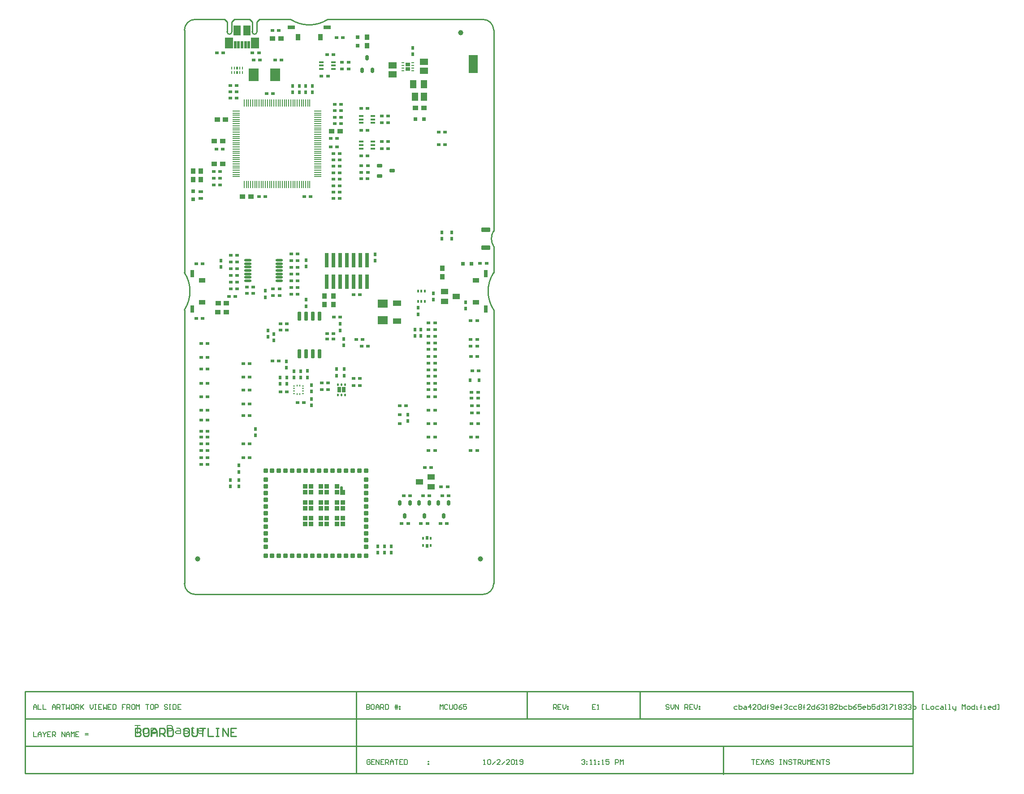
<source format=gtp>
G04*
G04 #@! TF.GenerationSoftware,Altium Limited,Altium Designer,18.1.9 (240)*
G04*
G04 Layer_Color=9021481*
%FSLAX25Y25*%
%MOIN*%
G70*
G01*
G75*
%ADD15C,0.01000*%
%ADD16C,0.00800*%
%ADD19C,0.00600*%
%ADD22C,0.00394*%
G04:AMPARAMS|DCode=39|XSize=35.04mil|YSize=35.04mil|CornerRadius=1.93mil|HoleSize=0mil|Usage=FLASHONLY|Rotation=90.000|XOffset=0mil|YOffset=0mil|HoleType=Round|Shape=RoundedRectangle|*
%AMROUNDEDRECTD39*
21,1,0.03504,0.03118,0,0,90.0*
21,1,0.03118,0.03504,0,0,90.0*
1,1,0.00385,0.01559,0.01559*
1,1,0.00385,0.01559,-0.01559*
1,1,0.00385,-0.01559,-0.01559*
1,1,0.00385,-0.01559,0.01559*
%
%ADD39ROUNDEDRECTD39*%
G04:AMPARAMS|DCode=40|XSize=39.37mil|YSize=27.56mil|CornerRadius=1.93mil|HoleSize=0mil|Usage=FLASHONLY|Rotation=90.000|XOffset=0mil|YOffset=0mil|HoleType=Round|Shape=RoundedRectangle|*
%AMROUNDEDRECTD40*
21,1,0.03937,0.02370,0,0,90.0*
21,1,0.03551,0.02756,0,0,90.0*
1,1,0.00386,0.01185,0.01776*
1,1,0.00386,0.01185,-0.01776*
1,1,0.00386,-0.01185,-0.01776*
1,1,0.00386,-0.01185,0.01776*
%
%ADD40ROUNDEDRECTD40*%
G04:AMPARAMS|DCode=41|XSize=35.43mil|YSize=27.56mil|CornerRadius=1.93mil|HoleSize=0mil|Usage=FLASHONLY|Rotation=0.000|XOffset=0mil|YOffset=0mil|HoleType=Round|Shape=RoundedRectangle|*
%AMROUNDEDRECTD41*
21,1,0.03543,0.02370,0,0,0.0*
21,1,0.03158,0.02756,0,0,0.0*
1,1,0.00386,0.01579,-0.01185*
1,1,0.00386,-0.01579,-0.01185*
1,1,0.00386,-0.01579,0.01185*
1,1,0.00386,0.01579,0.01185*
%
%ADD41ROUNDEDRECTD41*%
G04:AMPARAMS|DCode=42|XSize=22.24mil|YSize=14.17mil|CornerRadius=1.98mil|HoleSize=0mil|Usage=FLASHONLY|Rotation=270.000|XOffset=0mil|YOffset=0mil|HoleType=Round|Shape=RoundedRectangle|*
%AMROUNDEDRECTD42*
21,1,0.02224,0.01021,0,0,270.0*
21,1,0.01828,0.01417,0,0,270.0*
1,1,0.00397,-0.00510,-0.00914*
1,1,0.00397,-0.00510,0.00914*
1,1,0.00397,0.00510,0.00914*
1,1,0.00397,0.00510,-0.00914*
%
%ADD42ROUNDEDRECTD42*%
G04:AMPARAMS|DCode=43|XSize=19.68mil|YSize=35.43mil|CornerRadius=1.97mil|HoleSize=0mil|Usage=FLASHONLY|Rotation=90.000|XOffset=0mil|YOffset=0mil|HoleType=Round|Shape=RoundedRectangle|*
%AMROUNDEDRECTD43*
21,1,0.01968,0.03150,0,0,90.0*
21,1,0.01575,0.03543,0,0,90.0*
1,1,0.00394,0.01575,0.00787*
1,1,0.00394,0.01575,-0.00787*
1,1,0.00394,-0.01575,-0.00787*
1,1,0.00394,-0.01575,0.00787*
%
%ADD43ROUNDEDRECTD43*%
G04:AMPARAMS|DCode=44|XSize=31.5mil|YSize=66.93mil|CornerRadius=1.89mil|HoleSize=0mil|Usage=FLASHONLY|Rotation=270.000|XOffset=0mil|YOffset=0mil|HoleType=Round|Shape=RoundedRectangle|*
%AMROUNDEDRECTD44*
21,1,0.03150,0.06315,0,0,270.0*
21,1,0.02772,0.06693,0,0,270.0*
1,1,0.00378,-0.03158,-0.01386*
1,1,0.00378,-0.03158,0.01386*
1,1,0.00378,0.03158,0.01386*
1,1,0.00378,0.03158,-0.01386*
%
%ADD44ROUNDEDRECTD44*%
%ADD45R,0.05000X0.03543*%
%ADD46R,0.03150X0.05709*%
%ADD47R,0.03543X0.05000*%
%ADD48R,0.05709X0.03150*%
%ADD49R,0.01575X0.02165*%
%ADD50R,0.01968X0.02756*%
%ADD51R,0.03150X0.02362*%
G04:AMPARAMS|DCode=52|XSize=31.5mil|YSize=31.5mil|CornerRadius=1.93mil|HoleSize=0mil|Usage=FLASHONLY|Rotation=0.000|XOffset=0mil|YOffset=0mil|HoleType=Round|Shape=RoundedRectangle|*
%AMROUNDEDRECTD52*
21,1,0.03150,0.02764,0,0,0.0*
21,1,0.02764,0.03150,0,0,0.0*
1,1,0.00386,0.01382,-0.01382*
1,1,0.00386,-0.01382,-0.01382*
1,1,0.00386,-0.01382,0.01382*
1,1,0.00386,0.01382,0.01382*
%
%ADD52ROUNDEDRECTD52*%
G04:AMPARAMS|DCode=53|XSize=31.5mil|YSize=31.5mil|CornerRadius=1.93mil|HoleSize=0mil|Usage=FLASHONLY|Rotation=90.000|XOffset=0mil|YOffset=0mil|HoleType=Round|Shape=RoundedRectangle|*
%AMROUNDEDRECTD53*
21,1,0.03150,0.02764,0,0,90.0*
21,1,0.02764,0.03150,0,0,90.0*
1,1,0.00386,0.01382,0.01382*
1,1,0.00386,0.01382,-0.01382*
1,1,0.00386,-0.01382,-0.01382*
1,1,0.00386,-0.01382,0.01382*
%
%ADD53ROUNDEDRECTD53*%
G04:AMPARAMS|DCode=54|XSize=11.81mil|YSize=17.72mil|CornerRadius=1.95mil|HoleSize=0mil|Usage=FLASHONLY|Rotation=180.000|XOffset=0mil|YOffset=0mil|HoleType=Round|Shape=RoundedRectangle|*
%AMROUNDEDRECTD54*
21,1,0.01181,0.01382,0,0,180.0*
21,1,0.00791,0.01772,0,0,180.0*
1,1,0.00390,-0.00396,0.00691*
1,1,0.00390,0.00396,0.00691*
1,1,0.00390,0.00396,-0.00691*
1,1,0.00390,-0.00396,-0.00691*
%
%ADD54ROUNDEDRECTD54*%
%ADD55R,0.02362X0.03150*%
%ADD56R,0.07677X0.05906*%
%ADD57R,0.02913X0.10984*%
G04:AMPARAMS|DCode=58|XSize=9.84mil|YSize=19.68mil|CornerRadius=1.97mil|HoleSize=0mil|Usage=FLASHONLY|Rotation=90.000|XOffset=0mil|YOffset=0mil|HoleType=Round|Shape=RoundedRectangle|*
%AMROUNDEDRECTD58*
21,1,0.00984,0.01575,0,0,90.0*
21,1,0.00591,0.01968,0,0,90.0*
1,1,0.00394,0.00787,0.00295*
1,1,0.00394,0.00787,-0.00295*
1,1,0.00394,-0.00787,-0.00295*
1,1,0.00394,-0.00787,0.00295*
%
%ADD58ROUNDEDRECTD58*%
%ADD59R,0.03937X0.03740*%
%ADD60R,0.06299X0.04331*%
%ADD61R,0.03740X0.03937*%
%ADD62R,0.01102X0.01614*%
%ADD63R,0.01614X0.01102*%
G04:AMPARAMS|DCode=64|XSize=25.59mil|YSize=66.93mil|CornerRadius=1.92mil|HoleSize=0mil|Usage=FLASHONLY|Rotation=180.000|XOffset=0mil|YOffset=0mil|HoleType=Round|Shape=RoundedRectangle|*
%AMROUNDEDRECTD64*
21,1,0.02559,0.06309,0,0,180.0*
21,1,0.02175,0.06693,0,0,180.0*
1,1,0.00384,-0.01088,0.03155*
1,1,0.00384,0.01088,0.03155*
1,1,0.00384,0.01088,-0.03155*
1,1,0.00384,-0.01088,-0.03155*
%
%ADD64ROUNDEDRECTD64*%
%ADD65O,0.05512X0.01772*%
%ADD66R,0.03150X0.03150*%
G04:AMPARAMS|DCode=67|XSize=23.62mil|YSize=39.37mil|CornerRadius=5.91mil|HoleSize=0mil|Usage=FLASHONLY|Rotation=0.000|XOffset=0mil|YOffset=0mil|HoleType=Round|Shape=RoundedRectangle|*
%AMROUNDEDRECTD67*
21,1,0.02362,0.02756,0,0,0.0*
21,1,0.01181,0.03937,0,0,0.0*
1,1,0.01181,0.00591,-0.01378*
1,1,0.01181,-0.00591,-0.01378*
1,1,0.01181,-0.00591,0.01378*
1,1,0.01181,0.00591,0.01378*
%
%ADD67ROUNDEDRECTD67*%
%ADD68R,0.05512X0.03937*%
%ADD69R,0.01654X0.02362*%
%ADD70R,0.02756X0.01968*%
G04:AMPARAMS|DCode=71|XSize=7.87mil|YSize=22.24mil|CornerRadius=1.97mil|HoleSize=0mil|Usage=FLASHONLY|Rotation=0.000|XOffset=0mil|YOffset=0mil|HoleType=Round|Shape=RoundedRectangle|*
%AMROUNDEDRECTD71*
21,1,0.00787,0.01831,0,0,0.0*
21,1,0.00394,0.02224,0,0,0.0*
1,1,0.00394,0.00197,-0.00915*
1,1,0.00394,-0.00197,-0.00915*
1,1,0.00394,-0.00197,0.00915*
1,1,0.00394,0.00197,0.00915*
%
%ADD71ROUNDEDRECTD71*%
G04:AMPARAMS|DCode=72|XSize=15.75mil|YSize=33.47mil|CornerRadius=1.97mil|HoleSize=0mil|Usage=FLASHONLY|Rotation=270.000|XOffset=0mil|YOffset=0mil|HoleType=Round|Shape=RoundedRectangle|*
%AMROUNDEDRECTD72*
21,1,0.01575,0.02953,0,0,270.0*
21,1,0.01181,0.03347,0,0,270.0*
1,1,0.00394,-0.01476,-0.00591*
1,1,0.00394,-0.01476,0.00591*
1,1,0.00394,0.01476,0.00591*
1,1,0.00394,0.01476,-0.00591*
%
%ADD72ROUNDEDRECTD72*%
%ADD73R,0.07480X0.09449*%
%ADD74O,0.00787X0.05512*%
%ADD75O,0.05512X0.00787*%
G04:AMPARAMS|DCode=76|XSize=23.62mil|YSize=39.37mil|CornerRadius=2.01mil|HoleSize=0mil|Usage=FLASHONLY|Rotation=90.000|XOffset=0mil|YOffset=0mil|HoleType=Round|Shape=RoundedRectangle|*
%AMROUNDEDRECTD76*
21,1,0.02362,0.03535,0,0,90.0*
21,1,0.01961,0.03937,0,0,90.0*
1,1,0.00402,0.01768,0.00980*
1,1,0.00402,0.01768,-0.00980*
1,1,0.00402,-0.01768,-0.00980*
1,1,0.00402,-0.01768,0.00980*
%
%ADD76ROUNDEDRECTD76*%
%ADD77R,0.07000X0.13500*%
%ADD78R,0.03150X0.03150*%
%ADD79R,0.05000X0.06300*%
%ADD80R,0.05906X0.05118*%
%ADD81R,0.05118X0.05906*%
G04:AMPARAMS|DCode=82|XSize=58.07mil|YSize=82.68mil|CornerRadius=2.03mil|HoleSize=0mil|Usage=FLASHONLY|Rotation=0.000|XOffset=0mil|YOffset=0mil|HoleType=Round|Shape=RoundedRectangle|*
%AMROUNDEDRECTD82*
21,1,0.05807,0.07861,0,0,0.0*
21,1,0.05401,0.08268,0,0,0.0*
1,1,0.00407,0.02700,-0.03931*
1,1,0.00407,-0.02700,-0.03931*
1,1,0.00407,-0.02700,0.03931*
1,1,0.00407,0.02700,0.03931*
%
%ADD82ROUNDEDRECTD82*%
G04:AMPARAMS|DCode=83|XSize=54.13mil|YSize=74.8mil|CornerRadius=1.9mil|HoleSize=0mil|Usage=FLASHONLY|Rotation=0.000|XOffset=0mil|YOffset=0mil|HoleType=Round|Shape=RoundedRectangle|*
%AMROUNDEDRECTD83*
21,1,0.05413,0.07101,0,0,0.0*
21,1,0.05034,0.07480,0,0,0.0*
1,1,0.00379,0.02517,-0.03551*
1,1,0.00379,-0.02517,-0.03551*
1,1,0.00379,-0.02517,0.03551*
1,1,0.00379,0.02517,0.03551*
%
%ADD83ROUNDEDRECTD83*%
G04:AMPARAMS|DCode=84|XSize=17.72mil|YSize=54.33mil|CornerRadius=1.95mil|HoleSize=0mil|Usage=FLASHONLY|Rotation=0.000|XOffset=0mil|YOffset=0mil|HoleType=Round|Shape=RoundedRectangle|*
%AMROUNDEDRECTD84*
21,1,0.01772,0.05043,0,0,0.0*
21,1,0.01382,0.05433,0,0,0.0*
1,1,0.00390,0.00691,-0.02522*
1,1,0.00390,-0.00691,-0.02522*
1,1,0.00390,-0.00691,0.02522*
1,1,0.00390,0.00691,0.02522*
%
%ADD84ROUNDEDRECTD84*%
%ADD85C,0.03937*%
G36*
X106197Y70181D02*
X107575D01*
X107614D01*
X107686Y70151D01*
X107742Y70095D01*
X107772Y70023D01*
Y69984D01*
D01*
Y67819D01*
X107776Y67780D01*
X107805Y67709D01*
X107859Y67655D01*
X107930Y67626D01*
X107969Y67622D01*
D01*
X109307D01*
X109346D01*
X109419Y67592D01*
X109474Y67536D01*
X109504Y67464D01*
Y67425D01*
D01*
Y64315D01*
Y64276D01*
X109474Y64203D01*
X109419Y64148D01*
X109346Y64118D01*
X109307D01*
D01*
X106197D01*
X106158D01*
X106086Y64148D01*
X106030Y64203D01*
X106000Y64276D01*
Y64315D01*
D01*
Y69984D01*
Y70023D01*
X106030Y70095D01*
X106086Y70151D01*
X106158Y70181D01*
X106197D01*
D01*
D02*
G37*
G54D15*
X220070Y260500D02*
G03*
X220072Y248982I9138J-5757D01*
G01*
X-9921Y201726D02*
G03*
X-9921Y229445I-21324J13859D01*
G01*
X220079Y229445D02*
G03*
X220079Y201726I21324J-13859D01*
G01*
X212079Y-10074D02*
G03*
X220079Y-2074I0J8000D01*
G01*
Y409926D02*
G03*
X212079Y417926I-8000J0D01*
G01*
X-1921D02*
G03*
X-9921Y409926I0J-8000D01*
G01*
Y-2074D02*
G03*
X-1921Y-10074I8000J0D01*
G01*
X21757Y408674D02*
G03*
X25300Y408674I1772J0D01*
G01*
X40457D02*
G03*
X44001Y408674I1772J0D01*
G01*
X69013Y417926D02*
G03*
X96731Y417926I13859J21324D01*
G01*
X220072Y248982D02*
X220079Y229445D01*
X-9921Y229445D02*
Y409926D01*
X220079Y-2074D02*
Y201726D01*
X-9921Y-2074D02*
Y201726D01*
X-1921Y-10074D02*
X212079D01*
X220070Y260500D02*
X220079Y409926D01*
X44001Y408674D02*
Y415958D01*
X40457Y408674D02*
Y415958D01*
X25300Y408674D02*
Y415958D01*
X19788Y417926D02*
X21757Y415958D01*
Y408674D02*
Y415958D01*
X25300D02*
X27268Y417926D01*
X38489D02*
X40457Y415958D01*
X44001D02*
X45969Y417926D01*
X-1921Y417926D02*
X19788D01*
X27268D02*
X38489D01*
X45969D02*
X69013D01*
X96731D02*
X212079D01*
X-46374Y-109655D02*
Y-115653D01*
X-43375D01*
X-42375Y-114653D01*
Y-113654D01*
X-43375Y-112654D01*
X-46374D01*
X-43375D01*
X-42375Y-111654D01*
Y-110654D01*
X-43375Y-109655D01*
X-46374D01*
X-37376D02*
X-39376D01*
X-40376Y-110654D01*
Y-114653D01*
X-39376Y-115653D01*
X-37376D01*
X-36377Y-114653D01*
Y-110654D01*
X-37376Y-109655D01*
X-34378Y-115653D02*
Y-111654D01*
X-32378Y-109655D01*
X-30379Y-111654D01*
Y-115653D01*
Y-112654D01*
X-34378D01*
X-28379Y-115653D02*
Y-109655D01*
X-25380D01*
X-24381Y-110654D01*
Y-112654D01*
X-25380Y-113654D01*
X-28379D01*
X-26380D02*
X-24381Y-115653D01*
X-22381Y-109655D02*
Y-115653D01*
X-19382D01*
X-18383Y-114653D01*
Y-110654D01*
X-19382Y-109655D01*
X-22381D01*
X-7386D02*
X-9386D01*
X-10385Y-110654D01*
Y-114653D01*
X-9386Y-115653D01*
X-7386D01*
X-6386Y-114653D01*
Y-110654D01*
X-7386Y-109655D01*
X-4387D02*
Y-114653D01*
X-3387Y-115653D01*
X-1388D01*
X-389Y-114653D01*
Y-109655D01*
X1611D02*
X5610D01*
X3610D01*
Y-115653D01*
X7609Y-109655D02*
Y-115653D01*
X11608D01*
X13607Y-109655D02*
X15606D01*
X14607D01*
Y-115653D01*
X13607D01*
X15606D01*
X18605D02*
Y-109655D01*
X22604Y-115653D01*
Y-109655D01*
X28602D02*
X24603D01*
Y-115653D01*
X28602D01*
X24603Y-112654D02*
X26603D01*
X328726Y-102760D02*
Y-82427D01*
X244725Y-102760D02*
Y-82427D01*
X-128474Y-102760D02*
X531726D01*
X-128474Y-123094D02*
X531526D01*
X-128474Y-143427D02*
X272025D01*
X-128425Y-82427D02*
X531726D01*
X-128425Y-143427D02*
Y-82427D01*
Y-143427D02*
X29125D01*
X-128474D02*
Y-82427D01*
X118026Y-143427D02*
Y-82427D01*
X531726Y-143427D02*
Y-82427D01*
X272025Y-143427D02*
X531726D01*
X390926Y-144077D02*
Y-123794D01*
G54D16*
X-46721Y-107624D02*
X-42723D01*
X-44722D01*
Y-113622D01*
X-39724D02*
X-37724D01*
X-36724Y-112622D01*
Y-110623D01*
X-37724Y-109623D01*
X-39724D01*
X-40723Y-110623D01*
Y-112622D01*
X-39724Y-113622D01*
X-34725Y-115621D02*
Y-109623D01*
X-31726D01*
X-30726Y-110623D01*
Y-112622D01*
X-31726Y-113622D01*
X-34725D01*
X-22729D02*
Y-107624D01*
X-19730D01*
X-18730Y-108623D01*
Y-110623D01*
X-19730Y-111622D01*
X-22729D01*
X-15731Y-109623D02*
X-13732D01*
X-12732Y-110623D01*
Y-113622D01*
X-15731D01*
X-16731Y-112622D01*
X-15731Y-111622D01*
X-12732D01*
X-10733Y-113622D02*
X-7734D01*
X-6734Y-112622D01*
X-7734Y-111622D01*
X-9733D01*
X-10733Y-110623D01*
X-9733Y-109623D01*
X-6734D01*
X-3735Y-108623D02*
Y-109623D01*
X-4735D01*
X-2736D01*
X-3735D01*
Y-112622D01*
X-2736Y-113622D01*
X3263D02*
X1263D01*
X264Y-112622D01*
Y-110623D01*
X1263Y-109623D01*
X3263D01*
X4262Y-110623D01*
Y-111622D01*
X264D01*
G54D19*
X401258Y-93311D02*
X399509D01*
X398925Y-93894D01*
Y-95061D01*
X399509Y-95644D01*
X401258D01*
X402424Y-92145D02*
Y-95644D01*
X404174D01*
X404757Y-95061D01*
Y-94477D01*
Y-93894D01*
X404174Y-93311D01*
X402424D01*
X406506D02*
X407673D01*
X408256Y-93894D01*
Y-95644D01*
X406506D01*
X405923Y-95061D01*
X406506Y-94477D01*
X408256D01*
X411171Y-95644D02*
Y-92145D01*
X409422Y-93894D01*
X411755D01*
X415253Y-95644D02*
X412921D01*
X415253Y-93311D01*
Y-92728D01*
X414670Y-92145D01*
X413504D01*
X412921Y-92728D01*
X416420D02*
X417003Y-92145D01*
X418169D01*
X418752Y-92728D01*
Y-95061D01*
X418169Y-95644D01*
X417003D01*
X416420Y-95061D01*
Y-92728D01*
X422251Y-92145D02*
Y-95644D01*
X420502D01*
X419919Y-95061D01*
Y-93894D01*
X420502Y-93311D01*
X422251D01*
X424001Y-95644D02*
Y-92728D01*
Y-93894D01*
X423418D01*
X424584D01*
X424001D01*
Y-92728D01*
X424584Y-92145D01*
X426333Y-95061D02*
X426916Y-95644D01*
X428083D01*
X428666Y-95061D01*
Y-92728D01*
X428083Y-92145D01*
X426916D01*
X426333Y-92728D01*
Y-93311D01*
X426916Y-93894D01*
X428666D01*
X431582Y-95644D02*
X430415D01*
X429832Y-95061D01*
Y-93894D01*
X430415Y-93311D01*
X431582D01*
X432165Y-93894D01*
Y-94477D01*
X429832D01*
X433914Y-95644D02*
Y-92728D01*
Y-93894D01*
X433331D01*
X434497D01*
X433914D01*
Y-92728D01*
X434497Y-92145D01*
X436247Y-92728D02*
X436830Y-92145D01*
X437996D01*
X438579Y-92728D01*
Y-93311D01*
X437996Y-93894D01*
X437413D01*
X437996D01*
X438579Y-94477D01*
Y-95061D01*
X437996Y-95644D01*
X436830D01*
X436247Y-95061D01*
X442078Y-93311D02*
X440329D01*
X439746Y-93894D01*
Y-95061D01*
X440329Y-95644D01*
X442078D01*
X445577Y-93311D02*
X443828D01*
X443245Y-93894D01*
Y-95061D01*
X443828Y-95644D01*
X445577D01*
X446743Y-92728D02*
X447327Y-92145D01*
X448493D01*
X449076Y-92728D01*
Y-93311D01*
X448493Y-93894D01*
X449076Y-94477D01*
Y-95061D01*
X448493Y-95644D01*
X447327D01*
X446743Y-95061D01*
Y-94477D01*
X447327Y-93894D01*
X446743Y-93311D01*
Y-92728D01*
X447327Y-93894D02*
X448493D01*
X450825Y-95644D02*
Y-92728D01*
Y-93894D01*
X450242D01*
X451408D01*
X450825D01*
Y-92728D01*
X451408Y-92145D01*
X455490Y-95644D02*
X453158D01*
X455490Y-93311D01*
Y-92728D01*
X454907Y-92145D01*
X453741D01*
X453158Y-92728D01*
X458989Y-92145D02*
Y-95644D01*
X457240D01*
X456657Y-95061D01*
Y-93894D01*
X457240Y-93311D01*
X458989D01*
X462488Y-92145D02*
X461322Y-92728D01*
X460156Y-93894D01*
Y-95061D01*
X460739Y-95644D01*
X461905D01*
X462488Y-95061D01*
Y-94477D01*
X461905Y-93894D01*
X460156D01*
X463655Y-92728D02*
X464238Y-92145D01*
X465404D01*
X465987Y-92728D01*
Y-93311D01*
X465404Y-93894D01*
X464821D01*
X465404D01*
X465987Y-94477D01*
Y-95061D01*
X465404Y-95644D01*
X464238D01*
X463655Y-95061D01*
X467153Y-95644D02*
X468320D01*
X467737D01*
Y-92145D01*
X467153Y-92728D01*
X470069D02*
X470652Y-92145D01*
X471819D01*
X472402Y-92728D01*
Y-93311D01*
X471819Y-93894D01*
X472402Y-94477D01*
Y-95061D01*
X471819Y-95644D01*
X470652D01*
X470069Y-95061D01*
Y-94477D01*
X470652Y-93894D01*
X470069Y-93311D01*
Y-92728D01*
X470652Y-93894D02*
X471819D01*
X475901Y-95644D02*
X473568D01*
X475901Y-93311D01*
Y-92728D01*
X475317Y-92145D01*
X474151D01*
X473568Y-92728D01*
X477067Y-92145D02*
Y-95644D01*
X478816D01*
X479399Y-95061D01*
Y-94477D01*
Y-93894D01*
X478816Y-93311D01*
X477067D01*
X482898D02*
X481149D01*
X480566Y-93894D01*
Y-95061D01*
X481149Y-95644D01*
X482898D01*
X484065Y-92145D02*
Y-95644D01*
X485814D01*
X486397Y-95061D01*
Y-94477D01*
Y-93894D01*
X485814Y-93311D01*
X484065D01*
X489896Y-92145D02*
X488730Y-92728D01*
X487564Y-93894D01*
Y-95061D01*
X488147Y-95644D01*
X489313D01*
X489896Y-95061D01*
Y-94477D01*
X489313Y-93894D01*
X487564D01*
X493395Y-92145D02*
X491062D01*
Y-93894D01*
X492229Y-93311D01*
X492812D01*
X493395Y-93894D01*
Y-95061D01*
X492812Y-95644D01*
X491645D01*
X491062Y-95061D01*
X496311Y-95644D02*
X495144D01*
X494561Y-95061D01*
Y-93894D01*
X495144Y-93311D01*
X496311D01*
X496894Y-93894D01*
Y-94477D01*
X494561D01*
X498060Y-92145D02*
Y-95644D01*
X499810D01*
X500393Y-95061D01*
Y-94477D01*
Y-93894D01*
X499810Y-93311D01*
X498060D01*
X503892Y-92145D02*
X501559D01*
Y-93894D01*
X502725Y-93311D01*
X503308D01*
X503892Y-93894D01*
Y-95061D01*
X503308Y-95644D01*
X502142D01*
X501559Y-95061D01*
X507390Y-92145D02*
Y-95644D01*
X505641D01*
X505058Y-95061D01*
Y-93894D01*
X505641Y-93311D01*
X507390D01*
X508557Y-92728D02*
X509140Y-92145D01*
X510306D01*
X510889Y-92728D01*
Y-93311D01*
X510306Y-93894D01*
X509723D01*
X510306D01*
X510889Y-94477D01*
Y-95061D01*
X510306Y-95644D01*
X509140D01*
X508557Y-95061D01*
X512056Y-95644D02*
X513222D01*
X512639D01*
Y-92145D01*
X512056Y-92728D01*
X514971Y-92145D02*
X517304D01*
Y-92728D01*
X514971Y-95061D01*
Y-95644D01*
X518470D02*
X519636D01*
X519053D01*
Y-92145D01*
X518470Y-92728D01*
X521386D02*
X521969Y-92145D01*
X523135D01*
X523719Y-92728D01*
Y-93311D01*
X523135Y-93894D01*
X523719Y-94477D01*
Y-95061D01*
X523135Y-95644D01*
X521969D01*
X521386Y-95061D01*
Y-94477D01*
X521969Y-93894D01*
X521386Y-93311D01*
Y-92728D01*
X521969Y-93894D02*
X523135D01*
X524885Y-92728D02*
X525468Y-92145D01*
X526634D01*
X527217Y-92728D01*
Y-93311D01*
X526634Y-93894D01*
X526051D01*
X526634D01*
X527217Y-94477D01*
Y-95061D01*
X526634Y-95644D01*
X525468D01*
X524885Y-95061D01*
X528384Y-92728D02*
X528967Y-92145D01*
X530133D01*
X530716Y-92728D01*
Y-93311D01*
X530133Y-93894D01*
X529550D01*
X530133D01*
X530716Y-94477D01*
Y-95061D01*
X530133Y-95644D01*
X528967D01*
X528384Y-95061D01*
X531882Y-92145D02*
Y-95644D01*
X533632D01*
X534215Y-95061D01*
Y-94477D01*
Y-93894D01*
X533632Y-93311D01*
X531882D01*
X540047Y-95644D02*
X538880D01*
Y-92145D01*
X540047D01*
X541796D02*
Y-95644D01*
X544129D01*
X545878D02*
X547044D01*
X547627Y-95061D01*
Y-93894D01*
X547044Y-93311D01*
X545878D01*
X545295Y-93894D01*
Y-95061D01*
X545878Y-95644D01*
X551126Y-93311D02*
X549377D01*
X548794Y-93894D01*
Y-95061D01*
X549377Y-95644D01*
X551126D01*
X552876Y-93311D02*
X554042D01*
X554625Y-93894D01*
Y-95644D01*
X552876D01*
X552293Y-95061D01*
X552876Y-94477D01*
X554625D01*
X555792Y-95644D02*
X556958D01*
X556375D01*
Y-92145D01*
X555792D01*
X558707Y-95644D02*
X559873D01*
X559290D01*
Y-92145D01*
X558707D01*
X561623Y-93311D02*
Y-95061D01*
X562206Y-95644D01*
X563955D01*
Y-96227D01*
X563372Y-96810D01*
X562789D01*
X563955Y-95644D02*
Y-93311D01*
X568621Y-95644D02*
Y-92145D01*
X569787Y-93311D01*
X570953Y-92145D01*
Y-95644D01*
X572703D02*
X573869D01*
X574452Y-95061D01*
Y-93894D01*
X573869Y-93311D01*
X572703D01*
X572120Y-93894D01*
Y-95061D01*
X572703Y-95644D01*
X577951Y-92145D02*
Y-95644D01*
X576201D01*
X575618Y-95061D01*
Y-93894D01*
X576201Y-93311D01*
X577951D01*
X579117Y-95644D02*
X580283D01*
X579700D01*
Y-93311D01*
X579117D01*
X582616Y-95644D02*
Y-92728D01*
Y-93894D01*
X582033D01*
X583199D01*
X582616D01*
Y-92728D01*
X583199Y-92145D01*
X584949Y-95644D02*
X586115D01*
X585532D01*
Y-93311D01*
X584949D01*
X589614Y-95644D02*
X588448D01*
X587864Y-95061D01*
Y-93894D01*
X588448Y-93311D01*
X589614D01*
X590197Y-93894D01*
Y-94477D01*
X587864D01*
X593696Y-92145D02*
Y-95644D01*
X591946D01*
X591363Y-95061D01*
Y-93894D01*
X591946Y-93311D01*
X593696D01*
X594862Y-95644D02*
X596028D01*
Y-92145D01*
X594862D01*
X350658Y-92728D02*
X350075Y-92145D01*
X348909D01*
X348325Y-92728D01*
Y-93311D01*
X348909Y-93894D01*
X350075D01*
X350658Y-94477D01*
Y-95061D01*
X350075Y-95644D01*
X348909D01*
X348325Y-95061D01*
X351824Y-92145D02*
Y-94477D01*
X352991Y-95644D01*
X354157Y-94477D01*
Y-92145D01*
X355323Y-95644D02*
Y-92145D01*
X357656Y-95644D01*
Y-92145D01*
X362321Y-95644D02*
Y-92145D01*
X364070D01*
X364653Y-92728D01*
Y-93894D01*
X364070Y-94477D01*
X362321D01*
X363487D02*
X364653Y-95644D01*
X368152Y-92145D02*
X365820D01*
Y-95644D01*
X368152D01*
X365820Y-93894D02*
X366986D01*
X369319Y-92145D02*
Y-94477D01*
X370485Y-95644D01*
X371651Y-94477D01*
Y-92145D01*
X372818Y-93311D02*
X373401D01*
Y-93894D01*
X372818D01*
Y-93311D01*
Y-95061D02*
X373401D01*
Y-95644D01*
X372818D01*
Y-95061D01*
X264526Y-95644D02*
Y-92145D01*
X266275D01*
X266858Y-92728D01*
Y-93894D01*
X266275Y-94477D01*
X264526D01*
X265692D02*
X266858Y-95644D01*
X270357Y-92145D02*
X268024D01*
Y-95644D01*
X270357D01*
X268024Y-93894D02*
X269191D01*
X271523Y-92145D02*
Y-94477D01*
X272690Y-95644D01*
X273856Y-94477D01*
Y-92145D01*
X275022Y-93311D02*
X275605D01*
Y-93894D01*
X275022D01*
Y-93311D01*
Y-95061D02*
X275605D01*
Y-95644D01*
X275022D01*
Y-95061D01*
X212675Y-136511D02*
X213842D01*
X213259D01*
Y-133012D01*
X212675Y-133595D01*
X215591D02*
X216174Y-133012D01*
X217341D01*
X217924Y-133595D01*
Y-135927D01*
X217341Y-136511D01*
X216174D01*
X215591Y-135927D01*
Y-133595D01*
X219090Y-136511D02*
X221423Y-134178D01*
X224921Y-136511D02*
X222589D01*
X224921Y-134178D01*
Y-133595D01*
X224338Y-133012D01*
X223172D01*
X222589Y-133595D01*
X226088Y-136511D02*
X228420Y-134178D01*
X231919Y-136511D02*
X229587D01*
X231919Y-134178D01*
Y-133595D01*
X231336Y-133012D01*
X230170D01*
X229587Y-133595D01*
X233086D02*
X233669Y-133012D01*
X234835D01*
X235418Y-133595D01*
Y-135927D01*
X234835Y-136511D01*
X233669D01*
X233086Y-135927D01*
Y-133595D01*
X236584Y-136511D02*
X237751D01*
X237168D01*
Y-133012D01*
X236584Y-133595D01*
X239500Y-135927D02*
X240083Y-136511D01*
X241250D01*
X241833Y-135927D01*
Y-133595D01*
X241250Y-133012D01*
X240083D01*
X239500Y-133595D01*
Y-134178D01*
X240083Y-134761D01*
X241833D01*
X128058Y-133595D02*
X127475Y-133012D01*
X126309D01*
X125725Y-133595D01*
Y-135927D01*
X126309Y-136511D01*
X127475D01*
X128058Y-135927D01*
Y-134761D01*
X126892D01*
X131557Y-133012D02*
X129224D01*
Y-136511D01*
X131557D01*
X129224Y-134761D02*
X130391D01*
X132723Y-136511D02*
Y-133012D01*
X135056Y-136511D01*
Y-133012D01*
X138555D02*
X136222D01*
Y-136511D01*
X138555D01*
X136222Y-134761D02*
X137388D01*
X139721Y-136511D02*
Y-133012D01*
X141470D01*
X142053Y-133595D01*
Y-134761D01*
X141470Y-135344D01*
X139721D01*
X140887D02*
X142053Y-136511D01*
X143220D02*
Y-134178D01*
X144386Y-133012D01*
X145552Y-134178D01*
Y-136511D01*
Y-134761D01*
X143220D01*
X146719Y-133012D02*
X149051D01*
X147885D01*
Y-136511D01*
X152550Y-133012D02*
X150218D01*
Y-136511D01*
X152550D01*
X150218Y-134761D02*
X151384D01*
X153717Y-133012D02*
Y-136511D01*
X155466D01*
X156049Y-135927D01*
Y-133595D01*
X155466Y-133012D01*
X153717D01*
X171211Y-134178D02*
X171794D01*
Y-134761D01*
X171211D01*
Y-134178D01*
Y-135927D02*
X171794D01*
Y-136511D01*
X171211D01*
Y-135927D01*
X-122125Y-95644D02*
Y-93311D01*
X-120958Y-92145D01*
X-119792Y-93311D01*
Y-95644D01*
Y-93894D01*
X-122125D01*
X-118626Y-92145D02*
Y-95644D01*
X-116293D01*
X-115127Y-92145D02*
Y-95644D01*
X-112794D01*
X-108129D02*
Y-93311D01*
X-106963Y-92145D01*
X-105797Y-93311D01*
Y-95644D01*
Y-93894D01*
X-108129D01*
X-104630Y-95644D02*
Y-92145D01*
X-102881D01*
X-102298Y-92728D01*
Y-93894D01*
X-102881Y-94477D01*
X-104630D01*
X-103464D02*
X-102298Y-95644D01*
X-101131Y-92145D02*
X-98799D01*
X-99965D01*
Y-95644D01*
X-97632Y-92145D02*
Y-95644D01*
X-96466Y-94477D01*
X-95300Y-95644D01*
Y-92145D01*
X-92384D02*
X-93550D01*
X-94134Y-92728D01*
Y-95061D01*
X-93550Y-95644D01*
X-92384D01*
X-91801Y-95061D01*
Y-92728D01*
X-92384Y-92145D01*
X-90635Y-95644D02*
Y-92145D01*
X-88885D01*
X-88302Y-92728D01*
Y-93894D01*
X-88885Y-94477D01*
X-90635D01*
X-89468D02*
X-88302Y-95644D01*
X-87136Y-92145D02*
Y-95644D01*
Y-94477D01*
X-84803Y-92145D01*
X-86553Y-93894D01*
X-84803Y-95644D01*
X-80138Y-92145D02*
Y-94477D01*
X-78972Y-95644D01*
X-77806Y-94477D01*
Y-92145D01*
X-76639D02*
X-75473D01*
X-76056D01*
Y-95644D01*
X-76639D01*
X-75473D01*
X-71391Y-92145D02*
X-73724D01*
Y-95644D01*
X-71391D01*
X-73724Y-93894D02*
X-72557D01*
X-70225Y-92145D02*
Y-95644D01*
X-69058Y-94477D01*
X-67892Y-95644D01*
Y-92145D01*
X-64393D02*
X-66726D01*
Y-95644D01*
X-64393D01*
X-66726Y-93894D02*
X-65560D01*
X-63227Y-92145D02*
Y-95644D01*
X-61477D01*
X-60894Y-95061D01*
Y-92728D01*
X-61477Y-92145D01*
X-63227D01*
X-53897D02*
X-56229D01*
Y-93894D01*
X-55063D01*
X-56229D01*
Y-95644D01*
X-52730D02*
Y-92145D01*
X-50981D01*
X-50398Y-92728D01*
Y-93894D01*
X-50981Y-94477D01*
X-52730D01*
X-51564D02*
X-50398Y-95644D01*
X-47482Y-92145D02*
X-48648D01*
X-49231Y-92728D01*
Y-95061D01*
X-48648Y-95644D01*
X-47482D01*
X-46899Y-95061D01*
Y-92728D01*
X-47482Y-92145D01*
X-45733Y-95644D02*
Y-92145D01*
X-44566Y-93311D01*
X-43400Y-92145D01*
Y-95644D01*
X-38735Y-92145D02*
X-36402D01*
X-37569D01*
Y-95644D01*
X-33487Y-92145D02*
X-34653D01*
X-35236Y-92728D01*
Y-95061D01*
X-34653Y-95644D01*
X-33487D01*
X-32903Y-95061D01*
Y-92728D01*
X-33487Y-92145D01*
X-31737Y-95644D02*
Y-92145D01*
X-29988D01*
X-29405Y-92728D01*
Y-93894D01*
X-29988Y-94477D01*
X-31737D01*
X-22407Y-92728D02*
X-22990Y-92145D01*
X-24156D01*
X-24739Y-92728D01*
Y-93311D01*
X-24156Y-93894D01*
X-22990D01*
X-22407Y-94477D01*
Y-95061D01*
X-22990Y-95644D01*
X-24156D01*
X-24739Y-95061D01*
X-21240Y-92145D02*
X-20074D01*
X-20657D01*
Y-95644D01*
X-21240D01*
X-20074D01*
X-18325Y-92145D02*
Y-95644D01*
X-16575D01*
X-15992Y-95061D01*
Y-92728D01*
X-16575Y-92145D01*
X-18325D01*
X-12493D02*
X-14826D01*
Y-95644D01*
X-12493D01*
X-14826Y-93894D02*
X-13659D01*
X296008Y-92145D02*
X293675D01*
Y-95644D01*
X296008D01*
X293675Y-93894D02*
X294842D01*
X297174Y-95644D02*
X298341D01*
X297758D01*
Y-92145D01*
X297174Y-92728D01*
X180076Y-95644D02*
Y-92145D01*
X181242Y-93311D01*
X182408Y-92145D01*
Y-95644D01*
X185907Y-92728D02*
X185324Y-92145D01*
X184158D01*
X183574Y-92728D01*
Y-95061D01*
X184158Y-95644D01*
X185324D01*
X185907Y-95061D01*
X187073Y-92145D02*
Y-95061D01*
X187656Y-95644D01*
X188823D01*
X189406Y-95061D01*
Y-92145D01*
X190572Y-92728D02*
X191155Y-92145D01*
X192322D01*
X192905Y-92728D01*
Y-95061D01*
X192322Y-95644D01*
X191155D01*
X190572Y-95061D01*
Y-92728D01*
X196404Y-92145D02*
X195237Y-92728D01*
X194071Y-93894D01*
Y-95061D01*
X194654Y-95644D01*
X195820D01*
X196404Y-95061D01*
Y-94477D01*
X195820Y-93894D01*
X194071D01*
X199902Y-92145D02*
X197570D01*
Y-93894D01*
X198736Y-93311D01*
X199319D01*
X199902Y-93894D01*
Y-95061D01*
X199319Y-95644D01*
X198153D01*
X197570Y-95061D01*
X125525Y-92145D02*
Y-95644D01*
X127275D01*
X127858Y-95061D01*
Y-94477D01*
X127275Y-93894D01*
X125525D01*
X127275D01*
X127858Y-93311D01*
Y-92728D01*
X127275Y-92145D01*
X125525D01*
X130774D02*
X129607D01*
X129024Y-92728D01*
Y-95061D01*
X129607Y-95644D01*
X130774D01*
X131357Y-95061D01*
Y-92728D01*
X130774Y-92145D01*
X132523Y-95644D02*
Y-93311D01*
X133689Y-92145D01*
X134856Y-93311D01*
Y-95644D01*
Y-93894D01*
X132523D01*
X136022Y-95644D02*
Y-92145D01*
X137771D01*
X138355Y-92728D01*
Y-93894D01*
X137771Y-94477D01*
X136022D01*
X137188D02*
X138355Y-95644D01*
X139521Y-92145D02*
Y-95644D01*
X141270D01*
X141853Y-95061D01*
Y-92728D01*
X141270Y-92145D01*
X139521D01*
X147102Y-95644D02*
Y-92145D01*
X148268D02*
Y-95644D01*
X146519Y-93311D02*
X148268D01*
X148851D01*
X146519Y-94477D02*
X148851D01*
X150018Y-93311D02*
X150601D01*
Y-93894D01*
X150018D01*
Y-93311D01*
Y-95061D02*
X150601D01*
Y-95644D01*
X150018D01*
Y-95061D01*
X-122125Y-112427D02*
Y-115926D01*
X-119792D01*
X-118626D02*
Y-113594D01*
X-117459Y-112427D01*
X-116293Y-113594D01*
Y-115926D01*
Y-114177D01*
X-118626D01*
X-115127Y-112427D02*
Y-113011D01*
X-113961Y-114177D01*
X-112794Y-113011D01*
Y-112427D01*
X-113961Y-114177D02*
Y-115926D01*
X-109295Y-112427D02*
X-111628D01*
Y-115926D01*
X-109295D01*
X-111628Y-114177D02*
X-110462D01*
X-108129Y-115926D02*
Y-112427D01*
X-106380D01*
X-105797Y-113011D01*
Y-114177D01*
X-106380Y-114760D01*
X-108129D01*
X-106963D02*
X-105797Y-115926D01*
X-101131D02*
Y-112427D01*
X-98799Y-115926D01*
Y-112427D01*
X-97632Y-115926D02*
Y-113594D01*
X-96466Y-112427D01*
X-95300Y-113594D01*
Y-115926D01*
Y-114177D01*
X-97632D01*
X-94134Y-115926D02*
Y-112427D01*
X-92967Y-113594D01*
X-91801Y-112427D01*
Y-115926D01*
X-88302Y-112427D02*
X-90635D01*
Y-115926D01*
X-88302D01*
X-90635Y-114177D02*
X-89468D01*
X-83637Y-114760D02*
X-81304D01*
X-83637Y-113594D02*
X-81304D01*
X285576Y-133595D02*
X286159Y-133012D01*
X287325D01*
X287908Y-133595D01*
Y-134178D01*
X287325Y-134761D01*
X286742D01*
X287325D01*
X287908Y-135344D01*
Y-135927D01*
X287325Y-136511D01*
X286159D01*
X285576Y-135927D01*
X289074Y-134178D02*
X289657D01*
Y-134761D01*
X289074D01*
Y-134178D01*
Y-135927D02*
X289657D01*
Y-136511D01*
X289074D01*
Y-135927D01*
X291990Y-136511D02*
X293156D01*
X292573D01*
Y-133012D01*
X291990Y-133595D01*
X294906Y-136511D02*
X296072D01*
X295489D01*
Y-133012D01*
X294906Y-133595D01*
X297821Y-134178D02*
X298405D01*
Y-134761D01*
X297821D01*
Y-134178D01*
Y-135927D02*
X298405D01*
Y-136511D01*
X297821D01*
Y-135927D01*
X300737Y-136511D02*
X301904D01*
X301320D01*
Y-133012D01*
X300737Y-133595D01*
X305985Y-133012D02*
X303653D01*
Y-134761D01*
X304819Y-134178D01*
X305402D01*
X305985Y-134761D01*
Y-135927D01*
X305402Y-136511D01*
X304236D01*
X303653Y-135927D01*
X310651Y-136511D02*
Y-133012D01*
X312400D01*
X312983Y-133595D01*
Y-134761D01*
X312400Y-135344D01*
X310651D01*
X314150Y-136511D02*
Y-133012D01*
X315316Y-134178D01*
X316482Y-133012D01*
Y-136511D01*
X412025Y-133012D02*
X414358D01*
X413192D01*
Y-136511D01*
X417857Y-133012D02*
X415524D01*
Y-136511D01*
X417857D01*
X415524Y-134761D02*
X416691D01*
X419023Y-133012D02*
X421356Y-136511D01*
Y-133012D02*
X419023Y-136511D01*
X422522D02*
Y-134178D01*
X423688Y-133012D01*
X424855Y-134178D01*
Y-136511D01*
Y-134761D01*
X422522D01*
X428354Y-133595D02*
X427770Y-133012D01*
X426604D01*
X426021Y-133595D01*
Y-134178D01*
X426604Y-134761D01*
X427770D01*
X428354Y-135344D01*
Y-135927D01*
X427770Y-136511D01*
X426604D01*
X426021Y-135927D01*
X433019Y-133012D02*
X434185D01*
X433602D01*
Y-136511D01*
X433019D01*
X434185D01*
X435934D02*
Y-133012D01*
X438267Y-136511D01*
Y-133012D01*
X441766Y-133595D02*
X441183Y-133012D01*
X440016D01*
X439433Y-133595D01*
Y-134178D01*
X440016Y-134761D01*
X441183D01*
X441766Y-135344D01*
Y-135927D01*
X441183Y-136511D01*
X440016D01*
X439433Y-135927D01*
X442932Y-133012D02*
X445265D01*
X444099D01*
Y-136511D01*
X446431D02*
Y-133012D01*
X448180D01*
X448764Y-133595D01*
Y-134761D01*
X448180Y-135344D01*
X446431D01*
X447597D02*
X448764Y-136511D01*
X449930Y-133012D02*
Y-135927D01*
X450513Y-136511D01*
X451679D01*
X452262Y-135927D01*
Y-133012D01*
X453429Y-136511D02*
Y-133012D01*
X454595Y-134178D01*
X455761Y-133012D01*
Y-136511D01*
X459260Y-133012D02*
X456928D01*
Y-136511D01*
X459260D01*
X456928Y-134761D02*
X458094D01*
X460427Y-136511D02*
Y-133012D01*
X462759Y-136511D01*
Y-133012D01*
X463925D02*
X466258D01*
X465092D01*
Y-136511D01*
X469757Y-133595D02*
X469174Y-133012D01*
X468007D01*
X467424Y-133595D01*
Y-134178D01*
X468007Y-134761D01*
X469174D01*
X469757Y-135344D01*
Y-135927D01*
X469174Y-136511D01*
X468007D01*
X467424Y-135927D01*
G54D22*
X21757Y408751D02*
G03*
X25300Y408751I1772J0D01*
G01*
X40457D02*
G03*
X44001Y408751I1772J0D01*
G01*
X21757D02*
Y413278D01*
X25300Y408751D02*
Y413278D01*
X44001Y408751D02*
Y413278D01*
X40457Y408751D02*
Y413278D01*
G54D39*
X103441Y70181D02*
D03*
Y65850D02*
D03*
Y54039D02*
D03*
Y58370D02*
D03*
X107772Y54039D02*
D03*
Y58370D02*
D03*
Y46559D02*
D03*
Y42228D02*
D03*
X103441Y46559D02*
D03*
Y42228D02*
D03*
X95961Y70181D02*
D03*
Y65850D02*
D03*
X91630Y70181D02*
D03*
Y65850D02*
D03*
X95961Y58370D02*
D03*
Y54039D02*
D03*
X91630Y58370D02*
D03*
Y54039D02*
D03*
X95961Y46559D02*
D03*
Y42228D02*
D03*
X91630Y46559D02*
D03*
Y42228D02*
D03*
X84150Y70181D02*
D03*
Y65850D02*
D03*
X79819Y70181D02*
D03*
Y65850D02*
D03*
X84150Y58370D02*
D03*
Y54039D02*
D03*
X79819Y58370D02*
D03*
Y54039D02*
D03*
X84150Y46559D02*
D03*
Y42228D02*
D03*
X79819Y46559D02*
D03*
Y42228D02*
D03*
G54D40*
X108611Y142260D02*
D03*
X105068D02*
D03*
G54D41*
X156211Y384464D02*
D03*
Y380921D02*
D03*
G54D42*
X29291Y378280D02*
D03*
Y381567D02*
D03*
G54D43*
X2167Y284672D02*
D03*
Y289790D02*
D03*
G54D44*
X214100Y261493D02*
D03*
Y248107D02*
D03*
G54D45*
X206856Y207285D02*
D03*
Y223821D02*
D03*
X3379D02*
D03*
Y207285D02*
D03*
G54D46*
X214277Y202266D02*
D03*
Y228841D02*
D03*
X-4042D02*
D03*
Y202266D02*
D03*
G54D47*
X91098Y404600D02*
D03*
X74562D02*
D03*
G54D48*
X96117Y412021D02*
D03*
X69543D02*
D03*
G54D49*
X173290Y31776D02*
D03*
X167581D02*
D03*
X173290Y26462D02*
D03*
X167581D02*
D03*
G54D50*
X170435Y32072D02*
D03*
Y26166D02*
D03*
X202500Y149318D02*
D03*
X209193D02*
D03*
G54D51*
X180405Y42622D02*
D03*
X185130D02*
D03*
X166043D02*
D03*
X170768D02*
D03*
X151681D02*
D03*
X156405D02*
D03*
X14206Y392850D02*
D03*
X18930D02*
D03*
X207759Y193827D02*
D03*
X203034D02*
D03*
X69524Y223314D02*
D03*
X74248D02*
D03*
X24523Y242314D02*
D03*
X29248D02*
D03*
X74248Y243314D02*
D03*
X69524D02*
D03*
X56024Y212314D02*
D03*
X60748D02*
D03*
X96188Y180018D02*
D03*
X100912D02*
D03*
X96188Y183998D02*
D03*
X100912D02*
D03*
X61540Y186518D02*
D03*
X66265D02*
D03*
X55438Y163800D02*
D03*
X60162D02*
D03*
X66355Y191328D02*
D03*
X61630D02*
D03*
X154819Y130423D02*
D03*
X150095D02*
D03*
X171716Y177127D02*
D03*
X176441D02*
D03*
X171716Y182027D02*
D03*
X176441D02*
D03*
X203031Y179742D02*
D03*
X207755D02*
D03*
X2517Y166226D02*
D03*
X7241D02*
D03*
X33938Y161700D02*
D03*
X38662D02*
D03*
X171716Y167127D02*
D03*
X176441D02*
D03*
X203324Y167127D02*
D03*
X208049D02*
D03*
X171716Y147127D02*
D03*
X176441D02*
D03*
X2517Y137126D02*
D03*
X7241D02*
D03*
X33938Y123000D02*
D03*
X38662D02*
D03*
X171716Y127127D02*
D03*
X176441D02*
D03*
X203918Y125048D02*
D03*
X208642D02*
D03*
X171716Y117127D02*
D03*
X176441D02*
D03*
X203716Y117127D02*
D03*
X208441D02*
D03*
X2517Y111226D02*
D03*
X7241D02*
D03*
X203216Y107127D02*
D03*
X207941D02*
D03*
X203016Y97026D02*
D03*
X207741D02*
D03*
X171716Y162127D02*
D03*
X176441D02*
D03*
X203716Y140497D02*
D03*
X208441D02*
D03*
X2517Y102126D02*
D03*
X7241D02*
D03*
X171716Y152227D02*
D03*
X176441D02*
D03*
X203758Y130388D02*
D03*
X208482D02*
D03*
X2538Y91800D02*
D03*
X7262D02*
D03*
X171716Y142227D02*
D03*
X176441D02*
D03*
X2517Y107126D02*
D03*
X7241D02*
D03*
X2538Y97000D02*
D03*
X7262D02*
D03*
X168958Y84233D02*
D03*
X173683D02*
D03*
X181021Y69971D02*
D03*
X185746D02*
D03*
X24523Y232314D02*
D03*
X29248D02*
D03*
X69524Y238314D02*
D03*
X74248D02*
D03*
X24523Y227314D02*
D03*
X29248D02*
D03*
X23324Y211714D02*
D03*
X28048D02*
D03*
X24523Y222314D02*
D03*
X29248D02*
D03*
X36424Y218784D02*
D03*
X41148D02*
D03*
X24523Y217314D02*
D03*
X29248D02*
D03*
X92266Y142419D02*
D03*
X96991D02*
D03*
X115839Y145264D02*
D03*
X120564D02*
D03*
X120563Y150779D02*
D03*
X115839D02*
D03*
X117878Y179618D02*
D03*
X122602D02*
D03*
X101168Y196208D02*
D03*
X105892D02*
D03*
X3716Y195360D02*
D03*
X-1008D02*
D03*
X210004Y236402D02*
D03*
X214728D02*
D03*
X153059Y63422D02*
D03*
X157783D02*
D03*
X167421D02*
D03*
X172145D02*
D03*
X181783D02*
D03*
X186508D02*
D03*
X-1008Y235895D02*
D03*
X3716D02*
D03*
X74266Y132719D02*
D03*
X78991D02*
D03*
X66152Y140738D02*
D03*
X61428D02*
D03*
X2517Y157726D02*
D03*
X7241D02*
D03*
X2438Y127100D02*
D03*
X7162D02*
D03*
X33938Y101900D02*
D03*
X38662D02*
D03*
X171716Y107127D02*
D03*
X176441D02*
D03*
X171716Y97127D02*
D03*
X176441D02*
D03*
X115979Y212933D02*
D03*
X120703D02*
D03*
X106720Y349889D02*
D03*
X101995D02*
D03*
X45425Y392850D02*
D03*
X40701D02*
D03*
X141569Y346037D02*
D03*
X136845D02*
D03*
X83790Y286010D02*
D03*
X79066D02*
D03*
X50294D02*
D03*
X45570D02*
D03*
X105719Y313364D02*
D03*
X100995D02*
D03*
X57594Y387832D02*
D03*
X62318D02*
D03*
X208845Y156425D02*
D03*
X204121D02*
D03*
X100995Y303764D02*
D03*
X105719D02*
D03*
X121707Y304171D02*
D03*
X126432D02*
D03*
X100995Y298964D02*
D03*
X105719D02*
D03*
X16636Y304617D02*
D03*
X11912D02*
D03*
X100995Y318164D02*
D03*
X105719D02*
D03*
X100995Y308564D02*
D03*
X105719D02*
D03*
X100995Y289364D02*
D03*
X105719D02*
D03*
X179309Y324773D02*
D03*
X184034D02*
D03*
X24177Y368618D02*
D03*
X28902D02*
D03*
X112100Y386137D02*
D03*
X107376D02*
D03*
X106720Y345089D02*
D03*
X101995D02*
D03*
X106720Y354689D02*
D03*
X101995D02*
D03*
X103495Y329262D02*
D03*
X98771D02*
D03*
X103495Y322963D02*
D03*
X98771D02*
D03*
X60218Y409766D02*
D03*
X55493D02*
D03*
X112100Y381019D02*
D03*
X107376D02*
D03*
X136845Y326919D02*
D03*
X141569D02*
D03*
X100995Y284564D02*
D03*
X105719D02*
D03*
X11912Y299617D02*
D03*
X16636D02*
D03*
X96742Y375519D02*
D03*
X92018D02*
D03*
X126211Y316301D02*
D03*
X121486D02*
D03*
X141569Y321801D02*
D03*
X136845D02*
D03*
X103098Y404362D02*
D03*
X107822D02*
D03*
X55818Y362825D02*
D03*
X51094D02*
D03*
X13912Y321388D02*
D03*
X18636D02*
D03*
X121649Y299220D02*
D03*
X126373D02*
D03*
X121707Y308971D02*
D03*
X126432D02*
D03*
X141569Y340919D02*
D03*
X136845D02*
D03*
X11912Y294617D02*
D03*
X16636D02*
D03*
X24177Y359458D02*
D03*
X28902D02*
D03*
X126211Y335419D02*
D03*
X121486D02*
D03*
X106720Y340289D02*
D03*
X101995D02*
D03*
X126211Y351537D02*
D03*
X121486D02*
D03*
X24177Y364038D02*
D03*
X28902D02*
D03*
X100995Y294164D02*
D03*
X105719D02*
D03*
X100876Y391637D02*
D03*
X96152D02*
D03*
X179284Y333887D02*
D03*
X184009D02*
D03*
X41452Y387832D02*
D03*
X46176D02*
D03*
X41229Y214125D02*
D03*
X36505D02*
D03*
X171716Y187127D02*
D03*
X176441D02*
D03*
X171716Y137127D02*
D03*
X176441D02*
D03*
X97017Y147440D02*
D03*
X92292D02*
D03*
X29248Y237314D02*
D03*
X24523D02*
D03*
X74248Y228314D02*
D03*
X69524D02*
D03*
X126572Y174718D02*
D03*
X121848D02*
D03*
X7362Y86600D02*
D03*
X2638D02*
D03*
X74248Y213314D02*
D03*
X69524D02*
D03*
X74248Y233314D02*
D03*
X69524D02*
D03*
X74248Y218314D02*
D03*
X69524D02*
D03*
X60748Y217314D02*
D03*
X56024D02*
D03*
X2438Y119700D02*
D03*
X7162D02*
D03*
X203716Y135909D02*
D03*
X208441D02*
D03*
X171716Y192027D02*
D03*
X176441D02*
D03*
X203028Y174634D02*
D03*
X207752D02*
D03*
X33938Y131614D02*
D03*
X38662D02*
D03*
X33938Y151800D02*
D03*
X38662D02*
D03*
X33938Y142100D02*
D03*
X38662D02*
D03*
X2517Y147126D02*
D03*
X7241D02*
D03*
X171716Y157127D02*
D03*
X176441D02*
D03*
X33938Y91600D02*
D03*
X38662D02*
D03*
X2508Y176751D02*
D03*
X7232D02*
D03*
X171716Y172227D02*
D03*
X176441D02*
D03*
G54D52*
X50394Y25299D02*
D03*
Y30299D02*
D03*
Y35299D02*
D03*
Y40299D02*
D03*
Y45299D02*
D03*
Y50299D02*
D03*
Y55299D02*
D03*
Y60299D02*
D03*
Y65299D02*
D03*
Y70299D02*
D03*
Y75299D02*
D03*
X125386D02*
D03*
Y70299D02*
D03*
Y65299D02*
D03*
Y60299D02*
D03*
Y55299D02*
D03*
Y50299D02*
D03*
Y45299D02*
D03*
Y40299D02*
D03*
Y35299D02*
D03*
Y30299D02*
D03*
Y25299D02*
D03*
G54D53*
X50394Y18606D02*
D03*
X55390D02*
D03*
X60390D02*
D03*
X65390D02*
D03*
X70390D02*
D03*
X75390D02*
D03*
X80390D02*
D03*
X85390D02*
D03*
X90390D02*
D03*
X95390D02*
D03*
X100390D02*
D03*
X105390D02*
D03*
X110390D02*
D03*
X115390D02*
D03*
X120390D02*
D03*
X125386D02*
D03*
Y81992D02*
D03*
X120390D02*
D03*
X115390D02*
D03*
X110390D02*
D03*
X105390D02*
D03*
X100390D02*
D03*
X95390D02*
D03*
X90390D02*
D03*
X85390D02*
D03*
X80390D02*
D03*
X75390D02*
D03*
X70390D02*
D03*
X65390D02*
D03*
X60390D02*
D03*
X55390D02*
D03*
X50394D02*
D03*
G54D54*
X104280Y146099D02*
D03*
X106839D02*
D03*
X109398D02*
D03*
Y138421D02*
D03*
X106839D02*
D03*
X104280D02*
D03*
G54D55*
X17306Y238261D02*
D03*
Y233537D02*
D03*
X143775Y25589D02*
D03*
Y20865D02*
D03*
X133775Y25589D02*
D03*
Y20865D02*
D03*
X138775Y25589D02*
D03*
Y20865D02*
D03*
X80430Y204495D02*
D03*
Y209220D02*
D03*
X56594Y183604D02*
D03*
Y178880D02*
D03*
X52102Y186443D02*
D03*
Y181718D02*
D03*
X30600Y75062D02*
D03*
Y70338D02*
D03*
X131760Y238285D02*
D03*
Y243010D02*
D03*
X24100Y75062D02*
D03*
Y70338D02*
D03*
X181590Y254760D02*
D03*
Y259484D02*
D03*
X156165Y123604D02*
D03*
Y118879D02*
D03*
X161500Y187127D02*
D03*
Y182402D02*
D03*
X42800Y113138D02*
D03*
Y108413D02*
D03*
X80586Y233852D02*
D03*
Y238576D02*
D03*
X50286Y211152D02*
D03*
Y215876D02*
D03*
X84429Y130756D02*
D03*
Y135481D02*
D03*
X108939Y152838D02*
D03*
Y157562D02*
D03*
X65802Y158681D02*
D03*
Y163406D02*
D03*
X71429Y151356D02*
D03*
Y156081D02*
D03*
X108590Y180130D02*
D03*
Y175405D02*
D03*
X81429Y151456D02*
D03*
Y156181D02*
D03*
X61062Y146632D02*
D03*
Y151356D02*
D03*
X105930Y186475D02*
D03*
Y191200D02*
D03*
X84429Y145781D02*
D03*
Y141056D02*
D03*
X76429Y151356D02*
D03*
Y156081D02*
D03*
X163778Y203192D02*
D03*
Y198467D02*
D03*
X175378Y214089D02*
D03*
Y209364D02*
D03*
X199254Y202636D02*
D03*
Y207360D02*
D03*
X166000Y187127D02*
D03*
Y182402D02*
D03*
X80291Y363640D02*
D03*
Y368364D02*
D03*
X85091Y363640D02*
D03*
Y368364D02*
D03*
X70456Y363640D02*
D03*
Y368364D02*
D03*
X159951Y396713D02*
D03*
Y391988D02*
D03*
X75491Y368364D02*
D03*
Y363640D02*
D03*
X103239Y152838D02*
D03*
Y157562D02*
D03*
X188880Y259397D02*
D03*
Y254673D02*
D03*
X30600Y85862D02*
D03*
Y81138D02*
D03*
X66152Y151356D02*
D03*
Y146632D02*
D03*
G54D56*
X137659Y193983D02*
D03*
Y206187D02*
D03*
G54D57*
X95979Y222583D02*
D03*
X100979D02*
D03*
X105979D02*
D03*
X110979D02*
D03*
X115979D02*
D03*
X120979D02*
D03*
X125979D02*
D03*
X95979Y238607D02*
D03*
X100979D02*
D03*
X105979D02*
D03*
X110979D02*
D03*
X115979D02*
D03*
X120979D02*
D03*
X125979D02*
D03*
G54D58*
X152471Y385645D02*
D03*
Y383677D02*
D03*
Y381708D02*
D03*
Y379740D02*
D03*
X159951D02*
D03*
Y381708D02*
D03*
Y383677D02*
D03*
Y385645D02*
D03*
G54D59*
X15059Y206692D02*
D03*
X21358D02*
D03*
X15037Y200015D02*
D03*
X21336D02*
D03*
X39570Y286010D02*
D03*
X33271D02*
D03*
X61792Y403766D02*
D03*
X55493D02*
D03*
X20723Y343435D02*
D03*
X14424D02*
D03*
X18636Y327349D02*
D03*
X12337D02*
D03*
X105981Y334825D02*
D03*
X99682D02*
D03*
X18636Y310364D02*
D03*
X12337D02*
D03*
X168099Y351906D02*
D03*
X161800D02*
D03*
G54D60*
X148059Y206778D02*
D03*
X148059Y193392D02*
D03*
G54D61*
X100979Y212144D02*
D03*
Y205845D02*
D03*
X-3548Y305002D02*
D03*
Y298703D02*
D03*
X2167Y305002D02*
D03*
Y298703D02*
D03*
X126014Y398426D02*
D03*
Y404726D02*
D03*
X181789Y232516D02*
D03*
Y226217D02*
D03*
X94279Y212044D02*
D03*
Y205745D02*
D03*
G54D62*
X73944Y145427D02*
D03*
X75913D02*
D03*
Y139010D02*
D03*
X73944D02*
D03*
G54D63*
X78137Y145171D02*
D03*
Y143203D02*
D03*
Y141234D02*
D03*
Y139266D02*
D03*
X71720D02*
D03*
Y141234D02*
D03*
Y143203D02*
D03*
Y145171D02*
D03*
G54D64*
X90540Y196964D02*
D03*
X85540D02*
D03*
X80540D02*
D03*
X75540D02*
D03*
X90540Y169011D02*
D03*
X85540D02*
D03*
X80540D02*
D03*
X75540D02*
D03*
G54D65*
X37272Y238691D02*
D03*
Y236132D02*
D03*
Y233573D02*
D03*
Y231014D02*
D03*
Y228455D02*
D03*
Y225896D02*
D03*
Y223337D02*
D03*
X60500Y238691D02*
D03*
Y236132D02*
D03*
Y233573D02*
D03*
Y231014D02*
D03*
Y228455D02*
D03*
Y225896D02*
D03*
Y223337D02*
D03*
G54D66*
X197132Y236141D02*
D03*
X203628D02*
D03*
X161800Y343527D02*
D03*
X168296D02*
D03*
G54D67*
X157783Y57922D02*
D03*
X150303D02*
D03*
X154043Y48473D02*
D03*
X172145Y57922D02*
D03*
X164665D02*
D03*
X168405Y48473D02*
D03*
X186508Y57922D02*
D03*
X179027D02*
D03*
X182768Y48473D02*
D03*
X126014Y389426D02*
D03*
X129754Y379978D02*
D03*
X122274D02*
D03*
G54D68*
X173683Y77452D02*
D03*
Y69971D02*
D03*
X165021Y73712D02*
D03*
X183531Y207870D02*
D03*
Y215350D02*
D03*
X192192Y211610D02*
D03*
G54D69*
X166338Y215552D02*
D03*
X168897D02*
D03*
X163778D02*
D03*
X168897Y208072D02*
D03*
X166338D02*
D03*
X163778D02*
D03*
G54D70*
X150095Y123604D02*
D03*
Y116911D02*
D03*
G54D71*
X33228Y378280D02*
D03*
X31259D02*
D03*
X27322D02*
D03*
X25354D02*
D03*
Y381567D02*
D03*
X27322D02*
D03*
X31259D02*
D03*
X33228D02*
D03*
G54D72*
X130344Y340919D02*
D03*
Y343478D02*
D03*
Y346037D02*
D03*
X121486D02*
D03*
Y343478D02*
D03*
Y340919D02*
D03*
X100876Y381019D02*
D03*
Y383578D02*
D03*
Y386137D02*
D03*
X92018D02*
D03*
Y383578D02*
D03*
Y381019D02*
D03*
X130344Y321801D02*
D03*
Y324360D02*
D03*
Y326919D02*
D03*
X121486D02*
D03*
Y324360D02*
D03*
Y321801D02*
D03*
G54D73*
X57594Y376832D02*
D03*
X41452D02*
D03*
G54D74*
X34546Y295010D02*
D03*
X36121D02*
D03*
X37696D02*
D03*
X39271D02*
D03*
X40846D02*
D03*
X42420D02*
D03*
X43995D02*
D03*
X45570D02*
D03*
X47145D02*
D03*
X48719D02*
D03*
X50294D02*
D03*
X51869D02*
D03*
X53444D02*
D03*
X55019D02*
D03*
X56594D02*
D03*
X58168D02*
D03*
X59743D02*
D03*
X61318D02*
D03*
X62893D02*
D03*
X64468D02*
D03*
X66042D02*
D03*
X67617D02*
D03*
X69192D02*
D03*
X70767D02*
D03*
X72342D02*
D03*
X73916D02*
D03*
X75491D02*
D03*
X77066D02*
D03*
X78641D02*
D03*
X80216D02*
D03*
X81790D02*
D03*
X83365D02*
D03*
Y355640D02*
D03*
X81790D02*
D03*
X80216D02*
D03*
X78641D02*
D03*
X77066D02*
D03*
X75491D02*
D03*
X73916D02*
D03*
X72342D02*
D03*
X70767D02*
D03*
X69192D02*
D03*
X67617D02*
D03*
X66042D02*
D03*
X64468D02*
D03*
X62893D02*
D03*
X61318D02*
D03*
X59743D02*
D03*
X58168D02*
D03*
X56594D02*
D03*
X55019D02*
D03*
X53444D02*
D03*
X51869D02*
D03*
X50294D02*
D03*
X48719D02*
D03*
X47145D02*
D03*
X45570D02*
D03*
X43995D02*
D03*
X42420D02*
D03*
X40846D02*
D03*
X39271D02*
D03*
X37696D02*
D03*
X36121D02*
D03*
X34546D02*
D03*
G54D75*
X89271Y300915D02*
D03*
Y302490D02*
D03*
Y304065D02*
D03*
Y305640D02*
D03*
Y307215D02*
D03*
Y308789D02*
D03*
Y310364D02*
D03*
Y311939D02*
D03*
Y313514D02*
D03*
Y315089D02*
D03*
Y316663D02*
D03*
Y318238D02*
D03*
Y319813D02*
D03*
Y321388D02*
D03*
Y322963D02*
D03*
Y324537D02*
D03*
Y326112D02*
D03*
Y327687D02*
D03*
Y329262D02*
D03*
Y330837D02*
D03*
Y332411D02*
D03*
Y333986D02*
D03*
Y335561D02*
D03*
Y337136D02*
D03*
Y338711D02*
D03*
Y340285D02*
D03*
Y341860D02*
D03*
Y343435D02*
D03*
Y345010D02*
D03*
Y346585D02*
D03*
Y348160D02*
D03*
Y349734D02*
D03*
X28641D02*
D03*
Y348160D02*
D03*
Y346585D02*
D03*
Y345010D02*
D03*
Y343435D02*
D03*
Y341860D02*
D03*
Y340285D02*
D03*
Y338711D02*
D03*
Y337136D02*
D03*
Y335561D02*
D03*
Y333986D02*
D03*
Y332411D02*
D03*
Y330837D02*
D03*
Y329262D02*
D03*
Y327687D02*
D03*
Y326112D02*
D03*
Y324537D02*
D03*
Y322963D02*
D03*
Y321388D02*
D03*
Y319813D02*
D03*
Y318238D02*
D03*
Y316663D02*
D03*
Y315089D02*
D03*
Y313514D02*
D03*
Y311939D02*
D03*
Y310364D02*
D03*
Y308789D02*
D03*
Y307215D02*
D03*
Y305640D02*
D03*
Y304065D02*
D03*
Y302490D02*
D03*
Y300915D02*
D03*
G54D76*
X144528Y305232D02*
D03*
X135079Y301492D02*
D03*
Y308972D02*
D03*
G54D77*
X205051Y384813D02*
D03*
G54D78*
X119014Y398426D02*
D03*
Y404726D02*
D03*
X-3548Y283983D02*
D03*
Y289889D02*
D03*
G54D79*
X160099Y369623D02*
D03*
X168099D02*
D03*
G54D80*
X144943Y376984D02*
D03*
Y383677D02*
D03*
X168099Y379616D02*
D03*
Y386309D02*
D03*
G54D81*
X161406Y360353D02*
D03*
X168099D02*
D03*
G54D82*
X23184Y400483D02*
D03*
X42574D02*
D03*
G54D83*
X29188Y409538D02*
D03*
X36570D02*
D03*
G54D84*
X27761Y399066D02*
D03*
X30320Y399066D02*
D03*
X32879Y399066D02*
D03*
X35438Y399066D02*
D03*
X37997Y399066D02*
D03*
G54D85*
X195563Y407933D02*
D03*
X0Y16348D02*
D03*
X210190Y16218D02*
D03*
M02*

</source>
